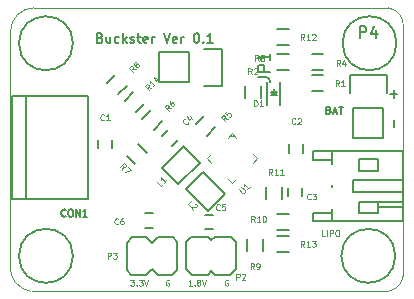
<source format=gbr>
G04 #@! TF.FileFunction,Legend,Top*
%FSLAX46Y46*%
G04 Gerber Fmt 4.6, Leading zero omitted, Abs format (unit mm)*
G04 Created by KiCad (PCBNEW 4.0.1-stable) date 12/17/2015 10:37:29 AM*
%MOMM*%
G01*
G04 APERTURE LIST*
%ADD10C,0.100000*%
%ADD11C,0.200000*%
%ADD12C,0.150000*%
%ADD13C,0.125000*%
%ADD14C,0.099060*%
%ADD15C,0.076200*%
G04 APERTURE END LIST*
D10*
X152750000Y-119650000D02*
X152750000Y-120200000D01*
X152750000Y-98950000D02*
X152700000Y-98950000D01*
X152750000Y-119800000D02*
X152750000Y-98950000D01*
X121300000Y-121500000D02*
X151500000Y-121500000D01*
X119500000Y-119300000D02*
X119500000Y-99500000D01*
X121500000Y-97500000D02*
X151500000Y-97500000D01*
X152750000Y-99250000D02*
G75*
G03X151500000Y-97500000I-1500000J250000D01*
G01*
X151500000Y-121500000D02*
G75*
G03X152750000Y-119750000I-250000J1500000D01*
G01*
X119500000Y-119250000D02*
G75*
G03X121250000Y-121500000I2000000J-250000D01*
G01*
X121500000Y-97500000D02*
G75*
G03X119500000Y-99500000I0J-2000000D01*
G01*
D11*
X127090477Y-100042857D02*
X127204763Y-100080952D01*
X127242858Y-100119048D01*
X127280953Y-100195238D01*
X127280953Y-100309524D01*
X127242858Y-100385714D01*
X127204763Y-100423810D01*
X127128572Y-100461905D01*
X126823810Y-100461905D01*
X126823810Y-99661905D01*
X127090477Y-99661905D01*
X127166667Y-99700000D01*
X127204763Y-99738095D01*
X127242858Y-99814286D01*
X127242858Y-99890476D01*
X127204763Y-99966667D01*
X127166667Y-100004762D01*
X127090477Y-100042857D01*
X126823810Y-100042857D01*
X127966667Y-99928571D02*
X127966667Y-100461905D01*
X127623810Y-99928571D02*
X127623810Y-100347619D01*
X127661905Y-100423810D01*
X127738096Y-100461905D01*
X127852382Y-100461905D01*
X127928572Y-100423810D01*
X127966667Y-100385714D01*
X128690477Y-100423810D02*
X128614287Y-100461905D01*
X128461906Y-100461905D01*
X128385715Y-100423810D01*
X128347620Y-100385714D01*
X128309525Y-100309524D01*
X128309525Y-100080952D01*
X128347620Y-100004762D01*
X128385715Y-99966667D01*
X128461906Y-99928571D01*
X128614287Y-99928571D01*
X128690477Y-99966667D01*
X129033334Y-100461905D02*
X129033334Y-99661905D01*
X129109525Y-100157143D02*
X129338096Y-100461905D01*
X129338096Y-99928571D02*
X129033334Y-100233333D01*
X129642858Y-100423810D02*
X129719048Y-100461905D01*
X129871429Y-100461905D01*
X129947620Y-100423810D01*
X129985715Y-100347619D01*
X129985715Y-100309524D01*
X129947620Y-100233333D01*
X129871429Y-100195238D01*
X129757144Y-100195238D01*
X129680953Y-100157143D01*
X129642858Y-100080952D01*
X129642858Y-100042857D01*
X129680953Y-99966667D01*
X129757144Y-99928571D01*
X129871429Y-99928571D01*
X129947620Y-99966667D01*
X130214286Y-99928571D02*
X130519048Y-99928571D01*
X130328572Y-99661905D02*
X130328572Y-100347619D01*
X130366667Y-100423810D01*
X130442858Y-100461905D01*
X130519048Y-100461905D01*
X131090477Y-100423810D02*
X131014287Y-100461905D01*
X130861906Y-100461905D01*
X130785715Y-100423810D01*
X130747620Y-100347619D01*
X130747620Y-100042857D01*
X130785715Y-99966667D01*
X130861906Y-99928571D01*
X131014287Y-99928571D01*
X131090477Y-99966667D01*
X131128572Y-100042857D01*
X131128572Y-100119048D01*
X130747620Y-100195238D01*
X131471429Y-100461905D02*
X131471429Y-99928571D01*
X131471429Y-100080952D02*
X131509524Y-100004762D01*
X131547620Y-99966667D01*
X131623810Y-99928571D01*
X131700001Y-99928571D01*
X132461905Y-99661905D02*
X132728572Y-100461905D01*
X132995239Y-99661905D01*
X133566667Y-100423810D02*
X133490477Y-100461905D01*
X133338096Y-100461905D01*
X133261905Y-100423810D01*
X133223810Y-100347619D01*
X133223810Y-100042857D01*
X133261905Y-99966667D01*
X133338096Y-99928571D01*
X133490477Y-99928571D01*
X133566667Y-99966667D01*
X133604762Y-100042857D01*
X133604762Y-100119048D01*
X133223810Y-100195238D01*
X133947619Y-100461905D02*
X133947619Y-99928571D01*
X133947619Y-100080952D02*
X133985714Y-100004762D01*
X134023810Y-99966667D01*
X134100000Y-99928571D01*
X134176191Y-99928571D01*
X135204762Y-99661905D02*
X135280953Y-99661905D01*
X135357143Y-99700000D01*
X135395238Y-99738095D01*
X135433334Y-99814286D01*
X135471429Y-99966667D01*
X135471429Y-100157143D01*
X135433334Y-100309524D01*
X135395238Y-100385714D01*
X135357143Y-100423810D01*
X135280953Y-100461905D01*
X135204762Y-100461905D01*
X135128572Y-100423810D01*
X135090476Y-100385714D01*
X135052381Y-100309524D01*
X135014286Y-100157143D01*
X135014286Y-99966667D01*
X135052381Y-99814286D01*
X135090476Y-99738095D01*
X135128572Y-99700000D01*
X135204762Y-99661905D01*
X135814286Y-100385714D02*
X135852381Y-100423810D01*
X135814286Y-100461905D01*
X135776191Y-100423810D01*
X135814286Y-100385714D01*
X135814286Y-100461905D01*
X136614286Y-100461905D02*
X136157143Y-100461905D01*
X136385714Y-100461905D02*
X136385714Y-99661905D01*
X136309524Y-99776190D01*
X136233333Y-99852381D01*
X136157143Y-99890476D01*
X151957143Y-106995238D02*
X151957143Y-107604762D01*
D12*
X146457143Y-106157143D02*
X146542857Y-106185714D01*
X146571429Y-106214286D01*
X146600000Y-106271429D01*
X146600000Y-106357143D01*
X146571429Y-106414286D01*
X146542857Y-106442857D01*
X146485715Y-106471429D01*
X146257143Y-106471429D01*
X146257143Y-105871429D01*
X146457143Y-105871429D01*
X146514286Y-105900000D01*
X146542857Y-105928571D01*
X146571429Y-105985714D01*
X146571429Y-106042857D01*
X146542857Y-106100000D01*
X146514286Y-106128571D01*
X146457143Y-106157143D01*
X146257143Y-106157143D01*
X146828572Y-106300000D02*
X147114286Y-106300000D01*
X146771429Y-106471429D02*
X146971429Y-105871429D01*
X147171429Y-106471429D01*
X147285715Y-105871429D02*
X147628572Y-105871429D01*
X147457143Y-106471429D02*
X147457143Y-105871429D01*
X151957143Y-105104762D02*
X151957143Y-104495238D01*
X152261905Y-104800000D02*
X151652381Y-104800000D01*
D13*
X137930952Y-120550000D02*
X137883333Y-120526190D01*
X137811905Y-120526190D01*
X137740476Y-120550000D01*
X137692857Y-120597619D01*
X137669048Y-120645238D01*
X137645238Y-120740476D01*
X137645238Y-120811905D01*
X137669048Y-120907143D01*
X137692857Y-120954762D01*
X137740476Y-121002381D01*
X137811905Y-121026190D01*
X137859524Y-121026190D01*
X137930952Y-121002381D01*
X137954762Y-120978571D01*
X137954762Y-120811905D01*
X137859524Y-120811905D01*
X132930952Y-120550000D02*
X132883333Y-120526190D01*
X132811905Y-120526190D01*
X132740476Y-120550000D01*
X132692857Y-120597619D01*
X132669048Y-120645238D01*
X132645238Y-120740476D01*
X132645238Y-120811905D01*
X132669048Y-120907143D01*
X132692857Y-120954762D01*
X132740476Y-121002381D01*
X132811905Y-121026190D01*
X132859524Y-121026190D01*
X132930952Y-121002381D01*
X132954762Y-120978571D01*
X132954762Y-120811905D01*
X132859524Y-120811905D01*
X134871429Y-121026190D02*
X134585715Y-121026190D01*
X134728572Y-121026190D02*
X134728572Y-120526190D01*
X134680953Y-120597619D01*
X134633334Y-120645238D01*
X134585715Y-120669048D01*
X135085715Y-120978571D02*
X135109524Y-121002381D01*
X135085715Y-121026190D01*
X135061905Y-121002381D01*
X135085715Y-120978571D01*
X135085715Y-121026190D01*
X135395238Y-120740476D02*
X135347619Y-120716667D01*
X135323810Y-120692857D01*
X135300000Y-120645238D01*
X135300000Y-120621429D01*
X135323810Y-120573810D01*
X135347619Y-120550000D01*
X135395238Y-120526190D01*
X135490476Y-120526190D01*
X135538095Y-120550000D01*
X135561905Y-120573810D01*
X135585714Y-120621429D01*
X135585714Y-120645238D01*
X135561905Y-120692857D01*
X135538095Y-120716667D01*
X135490476Y-120740476D01*
X135395238Y-120740476D01*
X135347619Y-120764286D01*
X135323810Y-120788095D01*
X135300000Y-120835714D01*
X135300000Y-120930952D01*
X135323810Y-120978571D01*
X135347619Y-121002381D01*
X135395238Y-121026190D01*
X135490476Y-121026190D01*
X135538095Y-121002381D01*
X135561905Y-120978571D01*
X135585714Y-120930952D01*
X135585714Y-120835714D01*
X135561905Y-120788095D01*
X135538095Y-120764286D01*
X135490476Y-120740476D01*
X135728571Y-120526190D02*
X135895238Y-121026190D01*
X136061904Y-120526190D01*
X129661906Y-120526190D02*
X129971429Y-120526190D01*
X129804763Y-120716667D01*
X129876191Y-120716667D01*
X129923810Y-120740476D01*
X129947620Y-120764286D01*
X129971429Y-120811905D01*
X129971429Y-120930952D01*
X129947620Y-120978571D01*
X129923810Y-121002381D01*
X129876191Y-121026190D01*
X129733334Y-121026190D01*
X129685715Y-121002381D01*
X129661906Y-120978571D01*
X130185715Y-120978571D02*
X130209524Y-121002381D01*
X130185715Y-121026190D01*
X130161905Y-121002381D01*
X130185715Y-120978571D01*
X130185715Y-121026190D01*
X130376191Y-120526190D02*
X130685714Y-120526190D01*
X130519048Y-120716667D01*
X130590476Y-120716667D01*
X130638095Y-120740476D01*
X130661905Y-120764286D01*
X130685714Y-120811905D01*
X130685714Y-120930952D01*
X130661905Y-120978571D01*
X130638095Y-121002381D01*
X130590476Y-121026190D01*
X130447619Y-121026190D01*
X130400000Y-121002381D01*
X130376191Y-120978571D01*
X130828571Y-120526190D02*
X130995238Y-121026190D01*
X131161904Y-120526190D01*
D12*
X134800000Y-116900000D02*
X136100000Y-116900000D01*
X136100000Y-116900000D02*
X136200000Y-116900000D01*
X136200000Y-116900000D02*
X136500000Y-117200000D01*
X136500000Y-117200000D02*
X136800000Y-116900000D01*
X136800000Y-116900000D02*
X138200000Y-116900000D01*
X138200000Y-116900000D02*
X138600000Y-117300000D01*
X134400000Y-117300000D02*
X134800000Y-116900000D01*
X136800000Y-120100000D02*
X138000000Y-120100000D01*
X138000000Y-120100000D02*
X138100000Y-120100000D01*
X138100000Y-120100000D02*
X138600000Y-119600000D01*
X138600000Y-119600000D02*
X138600000Y-117300000D01*
X134400000Y-117300000D02*
X134400000Y-119600000D01*
X134400000Y-119600000D02*
X134900000Y-120100000D01*
X134900000Y-120100000D02*
X136200000Y-120100000D01*
X136200000Y-120100000D02*
X136500000Y-119800000D01*
X136500000Y-119800000D02*
X136800000Y-120100000D01*
X132000000Y-120100000D02*
X133200000Y-120100000D01*
X129400000Y-119500000D02*
X129400000Y-119700000D01*
X129400000Y-119700000D02*
X129700000Y-120100000D01*
X129700000Y-120100000D02*
X131000000Y-120100000D01*
X131000000Y-120100000D02*
X131500000Y-119600000D01*
X131500000Y-119600000D02*
X132000000Y-120100000D01*
X133200000Y-120100000D02*
X133600000Y-119700000D01*
X133600000Y-119700000D02*
X133600000Y-119500000D01*
X129400000Y-119500000D02*
X129400000Y-117500000D01*
X129400000Y-117500000D02*
X129400000Y-117400000D01*
X129400000Y-117400000D02*
X129800000Y-116900000D01*
X129800000Y-116900000D02*
X131000000Y-116900000D01*
X131000000Y-116900000D02*
X131500000Y-117400000D01*
X131500000Y-117400000D02*
X132000000Y-116900000D01*
X132000000Y-116900000D02*
X133300000Y-116900000D01*
X133300000Y-116900000D02*
X133600000Y-117300000D01*
X133600000Y-117300000D02*
X133600000Y-119500000D01*
X128100000Y-108650000D02*
X128100000Y-109350000D01*
X126900000Y-109350000D02*
X126900000Y-108650000D01*
X143100000Y-109750000D02*
X143100000Y-109050000D01*
X144300000Y-109050000D02*
X144300000Y-109750000D01*
X143000000Y-113450000D02*
X143000000Y-112750000D01*
X144200000Y-112750000D02*
X144200000Y-113450000D01*
X132328249Y-108323223D02*
X132823223Y-107828249D01*
X133671751Y-108676777D02*
X133176777Y-109171751D01*
X135950000Y-115000000D02*
X136650000Y-115000000D01*
X136650000Y-116200000D02*
X135950000Y-116200000D01*
X130850000Y-114900000D02*
X131550000Y-114900000D01*
X131550000Y-116100000D02*
X130850000Y-116100000D01*
X119620000Y-104950000D02*
X119620000Y-113650000D01*
X126025000Y-104950000D02*
X126025000Y-113650000D01*
X126025000Y-113650000D02*
X119620000Y-113650000D01*
X120850000Y-113650000D02*
X120850000Y-104950000D01*
X119620000Y-104950000D02*
X126025000Y-104950000D01*
X142350000Y-105700000D02*
X142350000Y-103800000D01*
X141250000Y-105700000D02*
X141250000Y-103800000D01*
X141800000Y-104800000D02*
X141800000Y-104350000D01*
X141550000Y-104850000D02*
X142050000Y-104850000D01*
X141800000Y-104850000D02*
X141550000Y-104600000D01*
X141550000Y-104600000D02*
X142050000Y-104600000D01*
X142050000Y-104600000D02*
X141800000Y-104850000D01*
X132376598Y-110956497D02*
X134073654Y-109259441D01*
X134073654Y-109259441D02*
X134144365Y-109188730D01*
X134144365Y-109188730D02*
X135558579Y-110602944D01*
X135558579Y-110602944D02*
X133720101Y-112441421D01*
X133720101Y-112441421D02*
X132305887Y-111027208D01*
X132305887Y-111027208D02*
X132376598Y-110956497D01*
X136156497Y-114623402D02*
X134459441Y-112926346D01*
X134459441Y-112926346D02*
X134388730Y-112855635D01*
X134388730Y-112855635D02*
X135802944Y-111441421D01*
X135802944Y-111441421D02*
X137641421Y-113279899D01*
X137641421Y-113279899D02*
X136227208Y-114694113D01*
X136227208Y-114694113D02*
X136156497Y-114623402D01*
X152750000Y-113100000D02*
X148500000Y-113100000D01*
X148500000Y-113100000D02*
X148500000Y-112100000D01*
X148500000Y-112100000D02*
X152750000Y-112100000D01*
X146750000Y-114500000D02*
X146750000Y-114850000D01*
X146750000Y-114850000D02*
X145150000Y-114850000D01*
X145150000Y-114850000D02*
X145150000Y-115550000D01*
X145150000Y-115550000D02*
X152750000Y-115550000D01*
X152750000Y-115550000D02*
X152750000Y-109650000D01*
X152750000Y-109650000D02*
X145150000Y-109650000D01*
X145150000Y-109650000D02*
X145150000Y-110350000D01*
X145150000Y-110350000D02*
X146750000Y-110350000D01*
X146750000Y-110350000D02*
X146750000Y-110700000D01*
X146750000Y-115550000D02*
X146750000Y-114850000D01*
X146750000Y-109650000D02*
X146750000Y-110350000D01*
X149000000Y-114900000D02*
X150600000Y-114900000D01*
X150600000Y-114900000D02*
X150600000Y-113900000D01*
X150600000Y-113900000D02*
X149000000Y-113900000D01*
X149000000Y-113900000D02*
X149000000Y-114900000D01*
X149000000Y-110300000D02*
X150600000Y-110300000D01*
X150600000Y-110300000D02*
X150600000Y-111300000D01*
X150600000Y-111300000D02*
X149000000Y-111300000D01*
X149000000Y-111300000D02*
X149000000Y-110300000D01*
X150600000Y-113900000D02*
X152750000Y-113900000D01*
X150600000Y-114400000D02*
X152750000Y-114400000D01*
X146750000Y-112700000D02*
X146750000Y-112500000D01*
X146000000Y-104575000D02*
X145000000Y-104575000D01*
X145000000Y-103225000D02*
X146000000Y-103225000D01*
X140675000Y-104100000D02*
X140675000Y-105100000D01*
X139325000Y-105100000D02*
X139325000Y-104100000D01*
X143100000Y-102775000D02*
X142100000Y-102775000D01*
X142100000Y-101425000D02*
X143100000Y-101425000D01*
X146000000Y-102775000D02*
X145000000Y-102775000D01*
X145000000Y-101425000D02*
X146000000Y-101425000D01*
X136830850Y-107623744D02*
X136123744Y-108330850D01*
X135169150Y-107376256D02*
X135876256Y-106669150D01*
X132330850Y-107123744D02*
X131623744Y-107830850D01*
X130669150Y-106876256D02*
X131376256Y-106169150D01*
X130323744Y-109069150D02*
X131030850Y-109776256D01*
X130076256Y-110730850D02*
X129369150Y-110023744D01*
X139525000Y-118100000D02*
X139525000Y-117100000D01*
X140875000Y-117100000D02*
X140875000Y-118100000D01*
X143100000Y-116275000D02*
X142100000Y-116275000D01*
X142100000Y-114925000D02*
X143100000Y-114925000D01*
X141125000Y-113700000D02*
X141125000Y-112700000D01*
X142475000Y-112700000D02*
X142475000Y-113700000D01*
X143100000Y-100675000D02*
X142100000Y-100675000D01*
X142100000Y-99325000D02*
X143100000Y-99325000D01*
X143100000Y-118175000D02*
X142100000Y-118175000D01*
X142100000Y-116825000D02*
X143100000Y-116825000D01*
D14*
X140369340Y-110250000D02*
X139997558Y-110621783D01*
X138621783Y-111997558D02*
X138250000Y-112369340D01*
X138250000Y-112369340D02*
X137878217Y-111997558D01*
X136502442Y-110621783D02*
X136130660Y-110250000D01*
X138250000Y-108130660D02*
X137878217Y-108502442D01*
X136502442Y-109878217D02*
X136130660Y-110250000D01*
X140369340Y-110250000D02*
X139997558Y-109878217D01*
X138621783Y-108502442D02*
X138250000Y-108130660D01*
X138461934Y-108342594D02*
X138038066Y-108342594D01*
D12*
X124786000Y-100500000D02*
G75*
G03X124786000Y-100500000I-2286000J0D01*
G01*
X152186000Y-100500000D02*
G75*
G03X152186000Y-100500000I-2286000J0D01*
G01*
X124786000Y-118500000D02*
G75*
G03X124786000Y-118500000I-2286000J0D01*
G01*
X152086000Y-118500000D02*
G75*
G03X152086000Y-118500000I-2286000J0D01*
G01*
X127669150Y-103876256D02*
X128376256Y-103169150D01*
X129330850Y-104123744D02*
X128623744Y-104830850D01*
X129169150Y-105376256D02*
X129876256Y-104669150D01*
X130830850Y-105623744D02*
X130123744Y-106330850D01*
X151070000Y-105970000D02*
X151070000Y-108510000D01*
X151350000Y-103150000D02*
X151350000Y-104700000D01*
X151070000Y-105970000D02*
X148530000Y-105970000D01*
X148250000Y-104700000D02*
X148250000Y-103150000D01*
X148250000Y-103150000D02*
X151350000Y-103150000D01*
X148530000Y-105970000D02*
X148530000Y-108510000D01*
X148530000Y-108510000D02*
X151070000Y-108510000D01*
X134630000Y-103820000D02*
X132090000Y-103820000D01*
X137450000Y-104100000D02*
X135900000Y-104100000D01*
X134630000Y-103820000D02*
X134630000Y-101280000D01*
X135900000Y-101000000D02*
X137450000Y-101000000D01*
X137450000Y-101000000D02*
X137450000Y-104100000D01*
X134630000Y-101280000D02*
X132090000Y-101280000D01*
X132090000Y-101280000D02*
X132090000Y-103820000D01*
D13*
X138630953Y-120526190D02*
X138630953Y-120026190D01*
X138821429Y-120026190D01*
X138869048Y-120050000D01*
X138892857Y-120073810D01*
X138916667Y-120121429D01*
X138916667Y-120192857D01*
X138892857Y-120240476D01*
X138869048Y-120264286D01*
X138821429Y-120288095D01*
X138630953Y-120288095D01*
X139107143Y-120073810D02*
X139130953Y-120050000D01*
X139178572Y-120026190D01*
X139297619Y-120026190D01*
X139345238Y-120050000D01*
X139369048Y-120073810D01*
X139392857Y-120121429D01*
X139392857Y-120169048D01*
X139369048Y-120240476D01*
X139083334Y-120526190D01*
X139392857Y-120526190D01*
X127730953Y-118726190D02*
X127730953Y-118226190D01*
X127921429Y-118226190D01*
X127969048Y-118250000D01*
X127992857Y-118273810D01*
X128016667Y-118321429D01*
X128016667Y-118392857D01*
X127992857Y-118440476D01*
X127969048Y-118464286D01*
X127921429Y-118488095D01*
X127730953Y-118488095D01*
X128183334Y-118226190D02*
X128492857Y-118226190D01*
X128326191Y-118416667D01*
X128397619Y-118416667D01*
X128445238Y-118440476D01*
X128469048Y-118464286D01*
X128492857Y-118511905D01*
X128492857Y-118630952D01*
X128469048Y-118678571D01*
X128445238Y-118702381D01*
X128397619Y-118726190D01*
X128254762Y-118726190D01*
X128207143Y-118702381D01*
X128183334Y-118678571D01*
X127416667Y-106978571D02*
X127392857Y-107002381D01*
X127321429Y-107026190D01*
X127273810Y-107026190D01*
X127202381Y-107002381D01*
X127154762Y-106954762D01*
X127130953Y-106907143D01*
X127107143Y-106811905D01*
X127107143Y-106740476D01*
X127130953Y-106645238D01*
X127154762Y-106597619D01*
X127202381Y-106550000D01*
X127273810Y-106526190D01*
X127321429Y-106526190D01*
X127392857Y-106550000D01*
X127416667Y-106573810D01*
X127892857Y-107026190D02*
X127607143Y-107026190D01*
X127750000Y-107026190D02*
X127750000Y-106526190D01*
X127702381Y-106597619D01*
X127654762Y-106645238D01*
X127607143Y-106669048D01*
X143616667Y-107278571D02*
X143592857Y-107302381D01*
X143521429Y-107326190D01*
X143473810Y-107326190D01*
X143402381Y-107302381D01*
X143354762Y-107254762D01*
X143330953Y-107207143D01*
X143307143Y-107111905D01*
X143307143Y-107040476D01*
X143330953Y-106945238D01*
X143354762Y-106897619D01*
X143402381Y-106850000D01*
X143473810Y-106826190D01*
X143521429Y-106826190D01*
X143592857Y-106850000D01*
X143616667Y-106873810D01*
X143807143Y-106873810D02*
X143830953Y-106850000D01*
X143878572Y-106826190D01*
X143997619Y-106826190D01*
X144045238Y-106850000D01*
X144069048Y-106873810D01*
X144092857Y-106921429D01*
X144092857Y-106969048D01*
X144069048Y-107040476D01*
X143783334Y-107326190D01*
X144092857Y-107326190D01*
X144916667Y-113678571D02*
X144892857Y-113702381D01*
X144821429Y-113726190D01*
X144773810Y-113726190D01*
X144702381Y-113702381D01*
X144654762Y-113654762D01*
X144630953Y-113607143D01*
X144607143Y-113511905D01*
X144607143Y-113440476D01*
X144630953Y-113345238D01*
X144654762Y-113297619D01*
X144702381Y-113250000D01*
X144773810Y-113226190D01*
X144821429Y-113226190D01*
X144892857Y-113250000D01*
X144916667Y-113273810D01*
X145083334Y-113226190D02*
X145392857Y-113226190D01*
X145226191Y-113416667D01*
X145297619Y-113416667D01*
X145345238Y-113440476D01*
X145369048Y-113464286D01*
X145392857Y-113511905D01*
X145392857Y-113630952D01*
X145369048Y-113678571D01*
X145345238Y-113702381D01*
X145297619Y-113726190D01*
X145154762Y-113726190D01*
X145107143Y-113702381D01*
X145083334Y-113678571D01*
X134567343Y-107185194D02*
X134567343Y-107218867D01*
X134533672Y-107286209D01*
X134500000Y-107319881D01*
X134432657Y-107353553D01*
X134365313Y-107353553D01*
X134314806Y-107336717D01*
X134230626Y-107286210D01*
X134180118Y-107235702D01*
X134129611Y-107151522D01*
X134112775Y-107101015D01*
X134112775Y-107033672D01*
X134146447Y-106966328D01*
X134180118Y-106932656D01*
X134247462Y-106898985D01*
X134281134Y-106898985D01*
X134668359Y-106680118D02*
X134904061Y-106915820D01*
X134449493Y-106629610D02*
X134617851Y-106966328D01*
X134836718Y-106747462D01*
X137216667Y-114578571D02*
X137192857Y-114602381D01*
X137121429Y-114626190D01*
X137073810Y-114626190D01*
X137002381Y-114602381D01*
X136954762Y-114554762D01*
X136930953Y-114507143D01*
X136907143Y-114411905D01*
X136907143Y-114340476D01*
X136930953Y-114245238D01*
X136954762Y-114197619D01*
X137002381Y-114150000D01*
X137073810Y-114126190D01*
X137121429Y-114126190D01*
X137192857Y-114150000D01*
X137216667Y-114173810D01*
X137669048Y-114126190D02*
X137430953Y-114126190D01*
X137407143Y-114364286D01*
X137430953Y-114340476D01*
X137478572Y-114316667D01*
X137597619Y-114316667D01*
X137645238Y-114340476D01*
X137669048Y-114364286D01*
X137692857Y-114411905D01*
X137692857Y-114530952D01*
X137669048Y-114578571D01*
X137645238Y-114602381D01*
X137597619Y-114626190D01*
X137478572Y-114626190D01*
X137430953Y-114602381D01*
X137407143Y-114578571D01*
X128616667Y-115778571D02*
X128592857Y-115802381D01*
X128521429Y-115826190D01*
X128473810Y-115826190D01*
X128402381Y-115802381D01*
X128354762Y-115754762D01*
X128330953Y-115707143D01*
X128307143Y-115611905D01*
X128307143Y-115540476D01*
X128330953Y-115445238D01*
X128354762Y-115397619D01*
X128402381Y-115350000D01*
X128473810Y-115326190D01*
X128521429Y-115326190D01*
X128592857Y-115350000D01*
X128616667Y-115373810D01*
X129045238Y-115326190D02*
X128950000Y-115326190D01*
X128902381Y-115350000D01*
X128878572Y-115373810D01*
X128830953Y-115445238D01*
X128807143Y-115540476D01*
X128807143Y-115730952D01*
X128830953Y-115778571D01*
X128854762Y-115802381D01*
X128902381Y-115826190D01*
X128997619Y-115826190D01*
X129045238Y-115802381D01*
X129069048Y-115778571D01*
X129092857Y-115730952D01*
X129092857Y-115611905D01*
X129069048Y-115564286D01*
X129045238Y-115540476D01*
X128997619Y-115516667D01*
X128902381Y-115516667D01*
X128854762Y-115540476D01*
X128830953Y-115564286D01*
X128807143Y-115611905D01*
D12*
X124171429Y-115114286D02*
X124142858Y-115142857D01*
X124057144Y-115171429D01*
X124000001Y-115171429D01*
X123914286Y-115142857D01*
X123857144Y-115085714D01*
X123828572Y-115028571D01*
X123800001Y-114914286D01*
X123800001Y-114828571D01*
X123828572Y-114714286D01*
X123857144Y-114657143D01*
X123914286Y-114600000D01*
X124000001Y-114571429D01*
X124057144Y-114571429D01*
X124142858Y-114600000D01*
X124171429Y-114628571D01*
X124542858Y-114571429D02*
X124657144Y-114571429D01*
X124714286Y-114600000D01*
X124771429Y-114657143D01*
X124800001Y-114771429D01*
X124800001Y-114971429D01*
X124771429Y-115085714D01*
X124714286Y-115142857D01*
X124657144Y-115171429D01*
X124542858Y-115171429D01*
X124485715Y-115142857D01*
X124428572Y-115085714D01*
X124400001Y-114971429D01*
X124400001Y-114771429D01*
X124428572Y-114657143D01*
X124485715Y-114600000D01*
X124542858Y-114571429D01*
X125057143Y-115171429D02*
X125057143Y-114571429D01*
X125400000Y-115171429D01*
X125400000Y-114571429D01*
X126000000Y-115171429D02*
X125657143Y-115171429D01*
X125828571Y-115171429D02*
X125828571Y-114571429D01*
X125771428Y-114657143D01*
X125714286Y-114714286D01*
X125657143Y-114742857D01*
D13*
X140130953Y-105826190D02*
X140130953Y-105326190D01*
X140250000Y-105326190D01*
X140321429Y-105350000D01*
X140369048Y-105397619D01*
X140392857Y-105445238D01*
X140416667Y-105540476D01*
X140416667Y-105611905D01*
X140392857Y-105707143D01*
X140369048Y-105754762D01*
X140321429Y-105802381D01*
X140250000Y-105826190D01*
X140130953Y-105826190D01*
X140892857Y-105826190D02*
X140607143Y-105826190D01*
X140750000Y-105826190D02*
X140750000Y-105326190D01*
X140702381Y-105397619D01*
X140654762Y-105445238D01*
X140607143Y-105469048D01*
X132401015Y-112418866D02*
X132232657Y-112587224D01*
X131879103Y-112233671D01*
X132704061Y-112115820D02*
X132502030Y-112317851D01*
X132603045Y-112216836D02*
X132249492Y-111863282D01*
X132266328Y-111947462D01*
X132266328Y-112014805D01*
X132249493Y-112065313D01*
X134681134Y-114301015D02*
X134512776Y-114132657D01*
X134866329Y-113779103D01*
X135102030Y-114082149D02*
X135135703Y-114082149D01*
X135186211Y-114098985D01*
X135270390Y-114183164D01*
X135287225Y-114233672D01*
X135287225Y-114267344D01*
X135270389Y-114317851D01*
X135236717Y-114351523D01*
X135169374Y-114385195D01*
X134765314Y-114385195D01*
X134984180Y-114604061D01*
X146133334Y-116826190D02*
X145895239Y-116826190D01*
X145895239Y-116326190D01*
X146300001Y-116826190D02*
X146300001Y-116326190D01*
X146538096Y-116826190D02*
X146538096Y-116326190D01*
X146728572Y-116326190D01*
X146776191Y-116350000D01*
X146800000Y-116373810D01*
X146823810Y-116421429D01*
X146823810Y-116492857D01*
X146800000Y-116540476D01*
X146776191Y-116564286D01*
X146728572Y-116588095D01*
X146538096Y-116588095D01*
X147133334Y-116326190D02*
X147228572Y-116326190D01*
X147276191Y-116350000D01*
X147323810Y-116397619D01*
X147347619Y-116492857D01*
X147347619Y-116659524D01*
X147323810Y-116754762D01*
X147276191Y-116802381D01*
X147228572Y-116826190D01*
X147133334Y-116826190D01*
X147085715Y-116802381D01*
X147038096Y-116754762D01*
X147014286Y-116659524D01*
X147014286Y-116492857D01*
X147038096Y-116397619D01*
X147085715Y-116350000D01*
X147133334Y-116326190D01*
X147316667Y-104126190D02*
X147150000Y-103888095D01*
X147030953Y-104126190D02*
X147030953Y-103626190D01*
X147221429Y-103626190D01*
X147269048Y-103650000D01*
X147292857Y-103673810D01*
X147316667Y-103721429D01*
X147316667Y-103792857D01*
X147292857Y-103840476D01*
X147269048Y-103864286D01*
X147221429Y-103888095D01*
X147030953Y-103888095D01*
X147792857Y-104126190D02*
X147507143Y-104126190D01*
X147650000Y-104126190D02*
X147650000Y-103626190D01*
X147602381Y-103697619D01*
X147554762Y-103745238D01*
X147507143Y-103769048D01*
X139916667Y-103126190D02*
X139750000Y-102888095D01*
X139630953Y-103126190D02*
X139630953Y-102626190D01*
X139821429Y-102626190D01*
X139869048Y-102650000D01*
X139892857Y-102673810D01*
X139916667Y-102721429D01*
X139916667Y-102792857D01*
X139892857Y-102840476D01*
X139869048Y-102864286D01*
X139821429Y-102888095D01*
X139630953Y-102888095D01*
X140107143Y-102673810D02*
X140130953Y-102650000D01*
X140178572Y-102626190D01*
X140297619Y-102626190D01*
X140345238Y-102650000D01*
X140369048Y-102673810D01*
X140392857Y-102721429D01*
X140392857Y-102769048D01*
X140369048Y-102840476D01*
X140083334Y-103126190D01*
X140392857Y-103126190D01*
X140516667Y-102026190D02*
X140350000Y-101788095D01*
X140230953Y-102026190D02*
X140230953Y-101526190D01*
X140421429Y-101526190D01*
X140469048Y-101550000D01*
X140492857Y-101573810D01*
X140516667Y-101621429D01*
X140516667Y-101692857D01*
X140492857Y-101740476D01*
X140469048Y-101764286D01*
X140421429Y-101788095D01*
X140230953Y-101788095D01*
X140683334Y-101526190D02*
X140992857Y-101526190D01*
X140826191Y-101716667D01*
X140897619Y-101716667D01*
X140945238Y-101740476D01*
X140969048Y-101764286D01*
X140992857Y-101811905D01*
X140992857Y-101930952D01*
X140969048Y-101978571D01*
X140945238Y-102002381D01*
X140897619Y-102026190D01*
X140754762Y-102026190D01*
X140707143Y-102002381D01*
X140683334Y-101978571D01*
X147416667Y-102426190D02*
X147250000Y-102188095D01*
X147130953Y-102426190D02*
X147130953Y-101926190D01*
X147321429Y-101926190D01*
X147369048Y-101950000D01*
X147392857Y-101973810D01*
X147416667Y-102021429D01*
X147416667Y-102092857D01*
X147392857Y-102140476D01*
X147369048Y-102164286D01*
X147321429Y-102188095D01*
X147130953Y-102188095D01*
X147845238Y-102092857D02*
X147845238Y-102426190D01*
X147726191Y-101902381D02*
X147607143Y-102259524D01*
X147916667Y-102259524D01*
X137901015Y-106918866D02*
X137614805Y-106868359D01*
X137698985Y-107120896D02*
X137345431Y-106767343D01*
X137480118Y-106632656D01*
X137530626Y-106615820D01*
X137564298Y-106615821D01*
X137614806Y-106632657D01*
X137665313Y-106683164D01*
X137682149Y-106733672D01*
X137682149Y-106767343D01*
X137665313Y-106817851D01*
X137530626Y-106952538D01*
X137867343Y-106245431D02*
X137698985Y-106413789D01*
X137850508Y-106598985D01*
X137850508Y-106565312D01*
X137867344Y-106514805D01*
X137951523Y-106430626D01*
X138002030Y-106413790D01*
X138035703Y-106413790D01*
X138086210Y-106430626D01*
X138170389Y-106514805D01*
X138187225Y-106565312D01*
X138187225Y-106598985D01*
X138170389Y-106649492D01*
X138086210Y-106733671D01*
X138035703Y-106750507D01*
X138002030Y-106750507D01*
X133101015Y-106018866D02*
X132814805Y-105968359D01*
X132898985Y-106220896D02*
X132545431Y-105867343D01*
X132680118Y-105732656D01*
X132730626Y-105715820D01*
X132764298Y-105715821D01*
X132814806Y-105732657D01*
X132865313Y-105783164D01*
X132882149Y-105833672D01*
X132882149Y-105867343D01*
X132865313Y-105917851D01*
X132730626Y-106052538D01*
X133050507Y-105362267D02*
X132983164Y-105429610D01*
X132966328Y-105480118D01*
X132966329Y-105513790D01*
X132983164Y-105597969D01*
X133033672Y-105682149D01*
X133168359Y-105816836D01*
X133218867Y-105833671D01*
X133252538Y-105833672D01*
X133303045Y-105816836D01*
X133370389Y-105749492D01*
X133387225Y-105698985D01*
X133387225Y-105665312D01*
X133370389Y-105614805D01*
X133286210Y-105530626D01*
X133235703Y-105513790D01*
X133202030Y-105513790D01*
X133151523Y-105530626D01*
X133084180Y-105597970D01*
X133067343Y-105648477D01*
X133067344Y-105682149D01*
X133084180Y-105732657D01*
X128981134Y-111201015D02*
X129031641Y-110914805D01*
X128779104Y-110998985D02*
X129132657Y-110645431D01*
X129267344Y-110780118D01*
X129284180Y-110830626D01*
X129284179Y-110864298D01*
X129267343Y-110914806D01*
X129216836Y-110965313D01*
X129166328Y-110982149D01*
X129132657Y-110982149D01*
X129082149Y-110965313D01*
X128947462Y-110830626D01*
X129452539Y-110965313D02*
X129688241Y-111201015D01*
X129183164Y-111403045D01*
X140116667Y-119626190D02*
X139950000Y-119388095D01*
X139830953Y-119626190D02*
X139830953Y-119126190D01*
X140021429Y-119126190D01*
X140069048Y-119150000D01*
X140092857Y-119173810D01*
X140116667Y-119221429D01*
X140116667Y-119292857D01*
X140092857Y-119340476D01*
X140069048Y-119364286D01*
X140021429Y-119388095D01*
X139830953Y-119388095D01*
X140354762Y-119626190D02*
X140450000Y-119626190D01*
X140497619Y-119602381D01*
X140521429Y-119578571D01*
X140569048Y-119507143D01*
X140592857Y-119411905D01*
X140592857Y-119221429D01*
X140569048Y-119173810D01*
X140545238Y-119150000D01*
X140497619Y-119126190D01*
X140402381Y-119126190D01*
X140354762Y-119150000D01*
X140330953Y-119173810D01*
X140307143Y-119221429D01*
X140307143Y-119340476D01*
X140330953Y-119388095D01*
X140354762Y-119411905D01*
X140402381Y-119435714D01*
X140497619Y-119435714D01*
X140545238Y-119411905D01*
X140569048Y-119388095D01*
X140592857Y-119340476D01*
X140178572Y-115626190D02*
X140011905Y-115388095D01*
X139892858Y-115626190D02*
X139892858Y-115126190D01*
X140083334Y-115126190D01*
X140130953Y-115150000D01*
X140154762Y-115173810D01*
X140178572Y-115221429D01*
X140178572Y-115292857D01*
X140154762Y-115340476D01*
X140130953Y-115364286D01*
X140083334Y-115388095D01*
X139892858Y-115388095D01*
X140654762Y-115626190D02*
X140369048Y-115626190D01*
X140511905Y-115626190D02*
X140511905Y-115126190D01*
X140464286Y-115197619D01*
X140416667Y-115245238D01*
X140369048Y-115269048D01*
X140964286Y-115126190D02*
X141011905Y-115126190D01*
X141059524Y-115150000D01*
X141083333Y-115173810D01*
X141107143Y-115221429D01*
X141130952Y-115316667D01*
X141130952Y-115435714D01*
X141107143Y-115530952D01*
X141083333Y-115578571D01*
X141059524Y-115602381D01*
X141011905Y-115626190D01*
X140964286Y-115626190D01*
X140916667Y-115602381D01*
X140892857Y-115578571D01*
X140869048Y-115530952D01*
X140845238Y-115435714D01*
X140845238Y-115316667D01*
X140869048Y-115221429D01*
X140892857Y-115173810D01*
X140916667Y-115150000D01*
X140964286Y-115126190D01*
X141678572Y-111626190D02*
X141511905Y-111388095D01*
X141392858Y-111626190D02*
X141392858Y-111126190D01*
X141583334Y-111126190D01*
X141630953Y-111150000D01*
X141654762Y-111173810D01*
X141678572Y-111221429D01*
X141678572Y-111292857D01*
X141654762Y-111340476D01*
X141630953Y-111364286D01*
X141583334Y-111388095D01*
X141392858Y-111388095D01*
X142154762Y-111626190D02*
X141869048Y-111626190D01*
X142011905Y-111626190D02*
X142011905Y-111126190D01*
X141964286Y-111197619D01*
X141916667Y-111245238D01*
X141869048Y-111269048D01*
X142630952Y-111626190D02*
X142345238Y-111626190D01*
X142488095Y-111626190D02*
X142488095Y-111126190D01*
X142440476Y-111197619D01*
X142392857Y-111245238D01*
X142345238Y-111269048D01*
X144378572Y-100226190D02*
X144211905Y-99988095D01*
X144092858Y-100226190D02*
X144092858Y-99726190D01*
X144283334Y-99726190D01*
X144330953Y-99750000D01*
X144354762Y-99773810D01*
X144378572Y-99821429D01*
X144378572Y-99892857D01*
X144354762Y-99940476D01*
X144330953Y-99964286D01*
X144283334Y-99988095D01*
X144092858Y-99988095D01*
X144854762Y-100226190D02*
X144569048Y-100226190D01*
X144711905Y-100226190D02*
X144711905Y-99726190D01*
X144664286Y-99797619D01*
X144616667Y-99845238D01*
X144569048Y-99869048D01*
X145045238Y-99773810D02*
X145069048Y-99750000D01*
X145116667Y-99726190D01*
X145235714Y-99726190D01*
X145283333Y-99750000D01*
X145307143Y-99773810D01*
X145330952Y-99821429D01*
X145330952Y-99869048D01*
X145307143Y-99940476D01*
X145021429Y-100226190D01*
X145330952Y-100226190D01*
X144378572Y-117726190D02*
X144211905Y-117488095D01*
X144092858Y-117726190D02*
X144092858Y-117226190D01*
X144283334Y-117226190D01*
X144330953Y-117250000D01*
X144354762Y-117273810D01*
X144378572Y-117321429D01*
X144378572Y-117392857D01*
X144354762Y-117440476D01*
X144330953Y-117464286D01*
X144283334Y-117488095D01*
X144092858Y-117488095D01*
X144854762Y-117726190D02*
X144569048Y-117726190D01*
X144711905Y-117726190D02*
X144711905Y-117226190D01*
X144664286Y-117297619D01*
X144616667Y-117345238D01*
X144569048Y-117369048D01*
X145021429Y-117226190D02*
X145330952Y-117226190D01*
X145164286Y-117416667D01*
X145235714Y-117416667D01*
X145283333Y-117440476D01*
X145307143Y-117464286D01*
X145330952Y-117511905D01*
X145330952Y-117630952D01*
X145307143Y-117678571D01*
X145283333Y-117702381D01*
X145235714Y-117726190D01*
X145092857Y-117726190D01*
X145045238Y-117702381D01*
X145021429Y-117678571D01*
D15*
X138829606Y-112876974D02*
X139120395Y-113167763D01*
X139171711Y-113184868D01*
X139205921Y-113184868D01*
X139257237Y-113167763D01*
X139325658Y-113099342D01*
X139342763Y-113048026D01*
X139342764Y-113013816D01*
X139325658Y-112962500D01*
X139034869Y-112671711D01*
X139753289Y-112671711D02*
X139548026Y-112876974D01*
X139650658Y-112774343D02*
X139291448Y-112415132D01*
X139308552Y-112500658D01*
X139308552Y-112569079D01*
X139291447Y-112620395D01*
D13*
X130101015Y-102718866D02*
X129814805Y-102668359D01*
X129898985Y-102920896D02*
X129545431Y-102567343D01*
X129680118Y-102432656D01*
X129730626Y-102415820D01*
X129764298Y-102415821D01*
X129814806Y-102432657D01*
X129865313Y-102483164D01*
X129882149Y-102533672D01*
X129882149Y-102567343D01*
X129865313Y-102617851D01*
X129730626Y-102752538D01*
X130101015Y-102314805D02*
X130050508Y-102331641D01*
X130016836Y-102331641D01*
X129966328Y-102314805D01*
X129949493Y-102297970D01*
X129932657Y-102247462D01*
X129932657Y-102213790D01*
X129949492Y-102163282D01*
X130016836Y-102095939D01*
X130067343Y-102079103D01*
X130101016Y-102079103D01*
X130151523Y-102095939D01*
X130168359Y-102112775D01*
X130185195Y-102163282D01*
X130185195Y-102196955D01*
X130168359Y-102247462D01*
X130101015Y-102314805D01*
X130084180Y-102365313D01*
X130084180Y-102398984D01*
X130101015Y-102449492D01*
X130168359Y-102516836D01*
X130218867Y-102533671D01*
X130252538Y-102533672D01*
X130303045Y-102516836D01*
X130370389Y-102449492D01*
X130387225Y-102398985D01*
X130387225Y-102365312D01*
X130370389Y-102314805D01*
X130303045Y-102247462D01*
X130252538Y-102230626D01*
X130218867Y-102230626D01*
X130168359Y-102247462D01*
X131432657Y-104287224D02*
X131146447Y-104236717D01*
X131230626Y-104489255D02*
X130877073Y-104135701D01*
X131011760Y-104001014D01*
X131062268Y-103984179D01*
X131095939Y-103984180D01*
X131146447Y-104001015D01*
X131196955Y-104051522D01*
X131213790Y-104102030D01*
X131213791Y-104135702D01*
X131196955Y-104186209D01*
X131062268Y-104320896D01*
X131769374Y-103950507D02*
X131567343Y-104152538D01*
X131668359Y-104051522D02*
X131314805Y-103697969D01*
X131331641Y-103782149D01*
X131331641Y-103849492D01*
X131314806Y-103900000D01*
X131836717Y-103411760D02*
X132072419Y-103647462D01*
X131617851Y-103361252D02*
X131786210Y-103697970D01*
X132005076Y-103479103D01*
D12*
X149061905Y-100052381D02*
X149061905Y-99052381D01*
X149442858Y-99052381D01*
X149538096Y-99100000D01*
X149585715Y-99147619D01*
X149633334Y-99242857D01*
X149633334Y-99385714D01*
X149585715Y-99480952D01*
X149538096Y-99528571D01*
X149442858Y-99576190D01*
X149061905Y-99576190D01*
X150490477Y-99385714D02*
X150490477Y-100052381D01*
X150252381Y-99004762D02*
X150014286Y-99719048D01*
X150633334Y-99719048D01*
X140452381Y-103383333D02*
X141166667Y-103383333D01*
X141309524Y-103430953D01*
X141404762Y-103526191D01*
X141452381Y-103669048D01*
X141452381Y-103764286D01*
X141452381Y-102907143D02*
X140452381Y-102907143D01*
X140452381Y-102526190D01*
X140500000Y-102430952D01*
X140547619Y-102383333D01*
X140642857Y-102335714D01*
X140785714Y-102335714D01*
X140880952Y-102383333D01*
X140928571Y-102430952D01*
X140976190Y-102526190D01*
X140976190Y-102907143D01*
X141452381Y-101383333D02*
X141452381Y-101954762D01*
X141452381Y-101669048D02*
X140452381Y-101669048D01*
X140595238Y-101764286D01*
X140690476Y-101859524D01*
X140738095Y-101954762D01*
M02*

</source>
